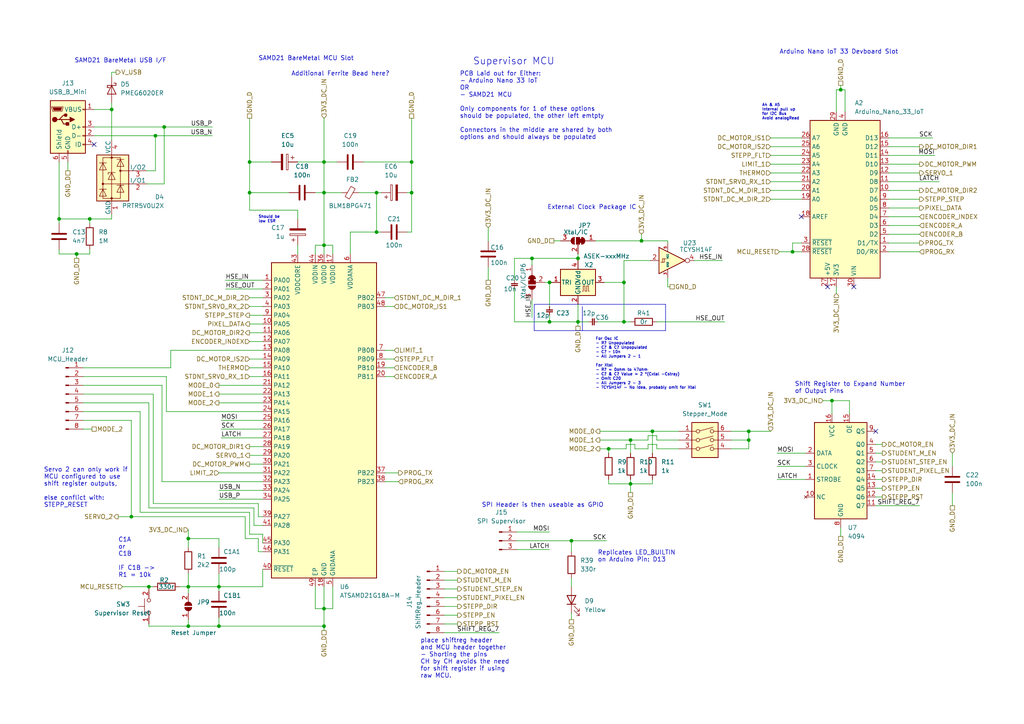
<source format=kicad_sch>
(kicad_sch (version 20230121) (generator eeschema)
  (paper "A4")
  (junction (at 72.39 46.99))
  (junction (at 54.61 156.21))
  (junction (at 63.5 181.61))
  (junction (at 26.035 63.5))
  (junction (at 54.61 170.18))
  (junction (at 159.385 81.915))
  (junction (at 119.38 46.99))
  (junction (at 93.98 55.88))
  (junction (at 93.98 46.99))
  (junction (at 63.5 170.18))
  (junction (at 154.305 74.93))
  (junction (at 165.735 156.845))
  (junction (at 38.1 149.86))
  (junction (at 45.085 39.37))
  (junction (at 119.38 55.88))
  (junction (at 176.53 130.175))
  (junction (at 217.17 125.095))
  (junction (at 93.98 181.61))
  (junction (at 241.3 116.205))
  (junction (at 72.39 55.88))
  (junction (at 186.055 69.85))
  (junction (at 109.22 67.31))
  (junction (at 43.18 170.18))
  (junction (at 243.84 26.035))
  (junction (at 167.64 74.93))
  (junction (at 182.88 140.335))
  (junction (at 229.87 73.025))
  (junction (at 54.61 181.61))
  (junction (at 182.88 127.635))
  (junction (at 167.64 93.345))
  (junction (at 189.23 125.095))
  (junction (at 93.98 71.12))
  (junction (at 22.225 73.66))
  (junction (at 180.975 81.915))
  (junction (at 159.385 93.345))
  (junction (at 32.385 31.75))
  (junction (at 180.975 93.345))
  (junction (at 217.17 127.635))
  (junction (at 109.22 55.88))
  (junction (at 93.98 176.53))
  (junction (at 17.145 63.5))
  (junction (at 47.625 36.83))
  (no_connect (at 247.65 83.185))
  (no_connect (at 240.03 83.185))
  (no_connect (at 232.41 62.865))
  (no_connect (at 27.305 41.91))
  (no_connect (at 254 125.095))
  (wire (pts (xy 93.98 181.61) (xy 93.98 182.88)))
  (wire (pts (xy 149.225 83.82) (xy 149.225 93.345)))
  (wire (pts (xy 245.11 32.385) (xy 245.11 26.035)))
  (wire (pts (xy 72.39 60.96) (xy 72.39 55.88)))
  (wire (pts (xy 45.085 49.53) (xy 45.085 39.37)))
  (wire (pts (xy 93.98 55.88) (xy 93.98 71.12)))
  (wire (pts (xy 128.905 175.895) (xy 132.715 175.895)))
  (wire (pts (xy 47.625 53.34) (xy 47.625 36.83)))
  (wire (pts (xy 245.11 26.035) (xy 243.84 26.035)))
  (wire (pts (xy 26.035 73.66) (xy 22.225 73.66)))
  (wire (pts (xy 154.305 74.93) (xy 167.64 74.93)))
  (wire (pts (xy 54.61 156.21) (xy 54.61 158.75)))
  (wire (pts (xy 64.135 121.92) (xy 76.2 121.92)))
  (wire (pts (xy 46.99 139.7) (xy 46.99 111.76)))
  (wire (pts (xy 54.61 166.37) (xy 54.61 170.18)))
  (wire (pts (xy 242.57 32.385) (xy 242.57 26.035)))
  (wire (pts (xy 176.53 130.175) (xy 181.61 130.175)))
  (wire (pts (xy 187.96 127.635) (xy 187.96 126.365)))
  (wire (pts (xy 223.52 45.085) (xy 232.41 45.085)))
  (wire (pts (xy 243.84 26.035) (xy 242.57 26.035)))
  (wire (pts (xy 93.98 46.99) (xy 93.98 55.88)))
  (wire (pts (xy 114.3 106.68) (xy 111.76 106.68)))
  (wire (pts (xy 54.61 153.67) (xy 54.61 156.21)))
  (wire (pts (xy 47.625 36.83) (xy 61.595 36.83)))
  (wire (pts (xy 180.975 81.915) (xy 180.975 93.345)))
  (wire (pts (xy 63.5 137.16) (xy 76.2 137.16)))
  (wire (pts (xy 44.45 114.3) (xy 24.13 114.3)))
  (wire (pts (xy 93.98 55.88) (xy 99.06 55.88)))
  (wire (pts (xy 272.415 52.705) (xy 257.81 52.705)))
  (wire (pts (xy 257.81 45.085) (xy 271.145 45.085)))
  (wire (pts (xy 114.3 109.22) (xy 111.76 109.22)))
  (polyline (pts (xy 168.91 88.265) (xy 154.94 88.265)))
  (wire (pts (xy 189.23 140.335) (xy 182.88 140.335)))
  (wire (pts (xy 276.225 131.445) (xy 276.225 135.255)))
  (wire (pts (xy 76.2 119.38) (xy 48.26 119.38)))
  (wire (pts (xy 93.98 34.29) (xy 93.98 46.99)))
  (wire (pts (xy 43.18 116.84) (xy 24.13 116.84)))
  (wire (pts (xy 32.385 63.5) (xy 26.035 63.5)))
  (wire (pts (xy 180.975 75.565) (xy 180.975 81.915)))
  (wire (pts (xy 223.52 42.545) (xy 232.41 42.545)))
  (wire (pts (xy 24.13 106.68) (xy 49.53 106.68)))
  (wire (pts (xy 43.18 181.61) (xy 54.61 181.61)))
  (wire (pts (xy 63.5 142.24) (xy 76.2 142.24)))
  (polyline (pts (xy 193.04 95.885) (xy 193.04 88.265)))
  (wire (pts (xy 193.675 69.85) (xy 186.055 69.85)))
  (wire (pts (xy 226.06 73.025) (xy 229.87 73.025)))
  (wire (pts (xy 63.5 170.18) (xy 63.5 171.45)))
  (wire (pts (xy 223.52 52.705) (xy 232.41 52.705)))
  (wire (pts (xy 229.87 73.025) (xy 232.41 73.025)))
  (wire (pts (xy 172.72 69.85) (xy 186.055 69.85)))
  (wire (pts (xy 175.26 81.915) (xy 180.975 81.915)))
  (wire (pts (xy 91.44 55.88) (xy 93.98 55.88)))
  (wire (pts (xy 243.84 155.575) (xy 243.84 153.035)))
  (wire (pts (xy 43.18 170.18) (xy 44.45 170.18)))
  (wire (pts (xy 111.76 137.16) (xy 115.57 137.16)))
  (wire (pts (xy 149.225 74.93) (xy 149.225 81.28)))
  (wire (pts (xy 63.5 114.3) (xy 76.2 114.3)))
  (wire (pts (xy 119.38 46.99) (xy 105.41 46.99)))
  (wire (pts (xy 217.17 125.095) (xy 217.17 127.635)))
  (wire (pts (xy 43.18 180.975) (xy 43.18 181.61)))
  (wire (pts (xy 74.93 160.02) (xy 74.93 156.21)))
  (wire (pts (xy 72.39 109.22) (xy 76.2 109.22)))
  (wire (pts (xy 72.39 132.08) (xy 76.2 132.08)))
  (wire (pts (xy 149.86 156.845) (xy 165.735 156.845)))
  (wire (pts (xy 93.98 176.53) (xy 93.98 181.61)))
  (wire (pts (xy 76.2 170.18) (xy 76.2 165.1)))
  (wire (pts (xy 27.305 36.83) (xy 47.625 36.83)))
  (wire (pts (xy 72.39 91.44) (xy 76.2 91.44)))
  (wire (pts (xy 114.3 104.14) (xy 111.76 104.14)))
  (wire (pts (xy 167.64 93.345) (xy 167.64 94.615)))
  (wire (pts (xy 223.52 55.245) (xy 232.41 55.245)))
  (wire (pts (xy 190.5 126.365) (xy 190.5 127.635)))
  (wire (pts (xy 38.1 149.86) (xy 38.1 121.92)))
  (wire (pts (xy 187.96 128.905) (xy 190.5 128.905)))
  (wire (pts (xy 154.305 74.93) (xy 154.305 76.835)))
  (wire (pts (xy 254 141.605) (xy 255.905 141.605)))
  (wire (pts (xy 173.99 127.635) (xy 182.88 127.635)))
  (wire (pts (xy 141.605 66.04) (xy 141.605 69.85)))
  (wire (pts (xy 167.64 88.265) (xy 167.64 93.345)))
  (wire (pts (xy 162.56 69.85) (xy 160.655 69.85)))
  (wire (pts (xy 27.305 31.75) (xy 32.385 31.75)))
  (wire (pts (xy 132.715 168.275) (xy 128.905 168.275)))
  (wire (pts (xy 159.385 81.915) (xy 160.02 81.915)))
  (wire (pts (xy 26.67 124.46) (xy 24.13 124.46)))
  (wire (pts (xy 74.93 156.21) (xy 71.12 156.21)))
  (wire (pts (xy 149.225 74.93) (xy 154.305 74.93)))
  (wire (pts (xy 184.15 130.175) (xy 187.96 130.175)))
  (wire (pts (xy 229.87 73.025) (xy 229.87 70.485)))
  (wire (pts (xy 189.23 125.095) (xy 196.85 125.095)))
  (wire (pts (xy 182.88 127.635) (xy 187.96 127.635)))
  (wire (pts (xy 44.45 146.05) (xy 44.45 114.3)))
  (wire (pts (xy 165.735 167.64) (xy 165.735 170.18)))
  (wire (pts (xy 266.7 55.245) (xy 257.81 55.245)))
  (wire (pts (xy 119.38 46.99) (xy 119.38 55.88)))
  (wire (pts (xy 128.905 183.515) (xy 144.78 183.515)))
  (wire (pts (xy 266.7 42.545) (xy 257.81 42.545)))
  (wire (pts (xy 119.38 67.31) (xy 118.11 67.31)))
  (wire (pts (xy 189.23 139.065) (xy 189.23 140.335)))
  (wire (pts (xy 167.64 73.66) (xy 167.64 74.93)))
  (wire (pts (xy 76.2 152.4) (xy 73.66 152.4)))
  (wire (pts (xy 176.53 140.335) (xy 176.53 139.065)))
  (wire (pts (xy 72.39 86.36) (xy 76.2 86.36)))
  (polyline (pts (xy 154.94 88.265) (xy 154.94 95.885)))
  (wire (pts (xy 40.64 119.38) (xy 40.64 148.59)))
  (wire (pts (xy 109.22 67.31) (xy 110.49 67.31)))
  (wire (pts (xy 165.735 156.845) (xy 165.735 160.02)))
  (wire (pts (xy 257.81 70.485) (xy 266.7 70.485)))
  (wire (pts (xy 96.52 73.66) (xy 96.52 71.12)))
  (wire (pts (xy 64.135 127) (xy 76.2 127)))
  (wire (pts (xy 254 128.905) (xy 255.905 128.905)))
  (wire (pts (xy 17.145 46.99) (xy 17.145 63.5)))
  (wire (pts (xy 176.53 131.445) (xy 176.53 130.175)))
  (wire (pts (xy 223.52 47.625) (xy 232.41 47.625)))
  (wire (pts (xy 182.88 139.065) (xy 182.88 140.335)))
  (wire (pts (xy 212.09 127.635) (xy 217.17 127.635)))
  (wire (pts (xy 223.52 57.785) (xy 232.41 57.785)))
  (wire (pts (xy 223.52 40.005) (xy 232.41 40.005)))
  (wire (pts (xy 193.675 80.645) (xy 193.675 83.185)))
  (wire (pts (xy 54.61 170.18) (xy 52.07 170.18)))
  (wire (pts (xy 72.39 46.99) (xy 72.39 34.29)))
  (wire (pts (xy 254 133.985) (xy 255.905 133.985)))
  (wire (pts (xy 167.64 74.93) (xy 167.64 75.565)))
  (wire (pts (xy 238.76 116.205) (xy 241.3 116.205)))
  (wire (pts (xy 243.84 26.035) (xy 243.84 24.765)))
  (wire (pts (xy 257.81 62.865) (xy 266.7 62.865)))
  (wire (pts (xy 254 144.145) (xy 255.905 144.145)))
  (wire (pts (xy 159.385 81.915) (xy 159.385 88.9)))
  (wire (pts (xy 128.905 180.975) (xy 132.715 180.975)))
  (wire (pts (xy 17.145 73.66) (xy 17.145 72.39)))
  (wire (pts (xy 71.12 149.86) (xy 71.12 156.21)))
  (polyline (pts (xy 154.94 95.885) (xy 168.91 95.885)))
  (wire (pts (xy 43.18 147.32) (xy 43.18 116.84)))
  (wire (pts (xy 242.57 83.185) (xy 242.57 85.09)))
  (wire (pts (xy 119.38 34.29) (xy 119.38 46.99)))
  (wire (pts (xy 72.39 55.88) (xy 72.39 46.99)))
  (polyline (pts (xy 168.91 88.9) (xy 168.91 95.885)))
  (wire (pts (xy 187.96 130.175) (xy 187.96 128.905)))
  (wire (pts (xy 86.36 60.96) (xy 72.39 60.96)))
  (wire (pts (xy 54.61 170.18) (xy 63.5 170.18)))
  (wire (pts (xy 93.98 170.18) (xy 93.98 176.53)))
  (wire (pts (xy 182.88 140.335) (xy 182.88 142.875)))
  (polyline (pts (xy 168.91 95.885) (xy 193.04 95.885)))
  (wire (pts (xy 65.405 83.82) (xy 76.2 83.82)))
  (wire (pts (xy 182.88 127.635) (xy 182.88 131.445)))
  (wire (pts (xy 201.295 75.565) (xy 209.55 75.565)))
  (wire (pts (xy 54.61 179.705) (xy 54.61 181.61)))
  (wire (pts (xy 97.79 46.99) (xy 93.98 46.99)))
  (wire (pts (xy 38.1 149.86) (xy 71.12 149.86)))
  (wire (pts (xy 276.225 146.685) (xy 276.225 142.875)))
  (wire (pts (xy 217.17 130.175) (xy 212.09 130.175)))
  (wire (pts (xy 141.605 81.28) (xy 141.605 77.47)))
  (wire (pts (xy 158.115 81.915) (xy 159.385 81.915)))
  (wire (pts (xy 76.2 157.48) (xy 76.2 154.94)))
  (wire (pts (xy 72.39 88.9) (xy 76.2 88.9)))
  (wire (pts (xy 257.81 65.405) (xy 266.7 65.405)))
  (wire (pts (xy 225.425 131.445) (xy 233.68 131.445)))
  (wire (pts (xy 72.39 134.62) (xy 76.2 134.62)))
  (wire (pts (xy 72.39 93.98) (xy 76.2 93.98)))
  (wire (pts (xy 111.76 139.7) (xy 115.57 139.7)))
  (wire (pts (xy 181.61 130.175) (xy 181.61 128.905)))
  (wire (pts (xy 257.81 50.165) (xy 266.7 50.165)))
  (wire (pts (xy 65.405 81.28) (xy 76.2 81.28)))
  (wire (pts (xy 48.26 109.22) (xy 24.13 109.22)))
  (wire (pts (xy 149.225 93.345) (xy 159.385 93.345)))
  (wire (pts (xy 26.035 63.5) (xy 26.035 64.77)))
  (wire (pts (xy 72.39 129.54) (xy 76.2 129.54)))
  (wire (pts (xy 109.22 55.88) (xy 109.22 67.31)))
  (wire (pts (xy 76.2 154.94) (xy 72.39 154.94)))
  (wire (pts (xy 132.715 165.735) (xy 128.905 165.735)))
  (wire (pts (xy 212.09 125.095) (xy 217.17 125.095)))
  (wire (pts (xy 26.035 63.5) (xy 17.145 63.5)))
  (wire (pts (xy 72.39 46.99) (xy 78.74 46.99)))
  (wire (pts (xy 49.53 101.6) (xy 76.2 101.6)))
  (wire (pts (xy 72.39 104.14) (xy 76.2 104.14)))
  (wire (pts (xy 159.385 93.345) (xy 167.64 93.345)))
  (wire (pts (xy 72.39 99.06) (xy 76.2 99.06)))
  (wire (pts (xy 86.36 63.5) (xy 86.36 60.96)))
  (wire (pts (xy 32.385 20.955) (xy 33.655 20.955)))
  (wire (pts (xy 254 146.685) (xy 266.7 146.685)))
  (wire (pts (xy 32.385 20.955) (xy 32.385 22.225)))
  (wire (pts (xy 72.39 55.88) (xy 83.82 55.88)))
  (wire (pts (xy 257.81 40.005) (xy 270.51 40.005)))
  (wire (pts (xy 132.715 170.815) (xy 128.905 170.815)))
  (wire (pts (xy 64.135 124.46) (xy 76.2 124.46)))
  (wire (pts (xy 254 131.445) (xy 255.905 131.445)))
  (wire (pts (xy 44.45 146.05) (xy 74.93 146.05)))
  (wire (pts (xy 254 136.525) (xy 255.905 136.525)))
  (wire (pts (xy 128.905 178.435) (xy 132.715 178.435)))
  (wire (pts (xy 35.56 170.18) (xy 43.18 170.18)))
  (wire (pts (xy 32.385 29.845) (xy 32.385 31.75)))
  (wire (pts (xy 49.53 106.68) (xy 49.53 101.6)))
  (wire (pts (xy 193.675 70.485) (xy 193.675 69.85)))
  (wire (pts (xy 257.81 60.325) (xy 266.7 60.325)))
  (wire (pts (xy 91.44 170.18) (xy 91.44 176.53)))
  (wire (pts (xy 101.6 67.31) (xy 109.22 67.31)))
  (wire (pts (xy 257.81 57.785) (xy 266.7 57.785)))
  (wire (pts (xy 190.5 130.175) (xy 196.85 130.175)))
  (wire (pts (xy 184.15 128.905) (xy 184.15 130.175)))
  (wire (pts (xy 149.86 159.385) (xy 159.385 159.385)))
  (wire (pts (xy 241.3 116.205) (xy 241.3 120.015)))
  (wire (pts (xy 26.035 72.39) (xy 26.035 73.66)))
  (wire (pts (xy 225.425 135.255) (xy 233.68 135.255)))
  (wire (pts (xy 63.5 158.75) (xy 63.5 156.21)))
  (wire (pts (xy 165.735 177.8) (xy 165.735 179.705)))
  (wire (pts (xy 149.86 154.305) (xy 159.385 154.305)))
  (wire (pts (xy 91.44 71.12) (xy 93.98 71.12)))
  (wire (pts (xy 76.2 160.02) (xy 74.93 160.02)))
  (wire (pts (xy 257.81 47.625) (xy 266.7 47.625)))
  (wire (pts (xy 96.52 71.12) (xy 93.98 71.12)))
  (wire (pts (xy 22.225 74.93) (xy 22.225 73.66)))
  (wire (pts (xy 46.99 111.76) (xy 24.13 111.76)))
  (wire (pts (xy 119.38 55.88) (xy 119.38 67.31)))
  (wire (pts (xy 48.26 119.38) (xy 48.26 109.22)))
  (wire (pts (xy 223.52 50.165) (xy 232.41 50.165)))
  (wire (pts (xy 72.39 154.94) (xy 72.39 148.59)))
  (wire (pts (xy 63.5 170.18) (xy 76.2 170.18)))
  (wire (pts (xy 63.5 144.78) (xy 76.2 144.78)))
  (wire (pts (xy 24.13 121.92) (xy 38.1 121.92)))
  (wire (pts (xy 93.98 176.53) (xy 96.52 176.53)))
  (wire (pts (xy 173.99 125.095) (xy 189.23 125.095)))
  (wire (pts (xy 54.61 170.18) (xy 54.61 172.085)))
  (wire (pts (xy 190.5 93.345) (xy 210.185 93.345)))
  (wire (pts (xy 101.6 67.31) (xy 101.6 73.66)))
  (wire (pts (xy 63.5 166.37) (xy 63.5 170.18)))
  (wire (pts (xy 182.88 140.335) (xy 176.53 140.335)))
  (wire (pts (xy 32.385 62.23) (xy 32.385 63.5)))
  (wire (pts (xy 114.3 86.36) (xy 111.76 86.36)))
  (polyline (pts (xy 168.91 88.265) (xy 193.04 88.265)))
  (wire (pts (xy 27.305 39.37) (xy 45.085 39.37)))
  (wire (pts (xy 109.22 55.88) (xy 110.49 55.88)))
  (wire (pts (xy 45.085 39.37) (xy 61.595 39.37)))
  (wire (pts (xy 91.44 73.66) (xy 91.44 71.12)))
  (wire (pts (xy 190.5 127.635) (xy 196.85 127.635)))
  (wire (pts (xy 181.61 128.905) (xy 184.15 128.905)))
  (wire (pts (xy 114.3 101.6) (xy 111.76 101.6)))
  (wire (pts (xy 42.545 53.34) (xy 47.625 53.34)))
  (wire (pts (xy 54.61 181.61) (xy 63.5 181.61)))
  (wire (pts (xy 189.23 125.095) (xy 189.23 131.445)))
  (wire (pts (xy 46.99 139.7) (xy 76.2 139.7)))
  (wire (pts (xy 24.13 119.38) (xy 40.64 119.38)))
  (wire (pts (xy 246.38 116.205) (xy 246.38 120.015)))
  (wire (pts (xy 173.99 130.175) (xy 176.53 130.175)))
  (wire (pts (xy 43.18 170.18) (xy 43.18 170.815)))
  (wire (pts (xy 72.39 96.52) (xy 76.2 96.52)))
  (wire (pts (xy 167.64 93.345) (xy 170.815 93.345)))
  (wire (pts (xy 128.905 173.355) (xy 132.715 173.355)))
  (wire (pts (xy 54.61 156.21) (xy 63.5 156.21)))
  (wire (pts (xy 159.385 91.44) (xy 159.385 93.345)))
  (wire (pts (xy 32.385 31.75) (xy 32.385 40.64)))
  (wire (pts (xy 180.975 75.565) (xy 188.595 75.565)))
  (wire (pts (xy 72.39 106.68) (xy 76.2 106.68)))
  (wire (pts (xy 91.44 176.53) (xy 93.98 176.53)))
  (wire (pts (xy 34.29 149.86) (xy 38.1 149.86)))
  (wire (pts (xy 154.305 92.075) (xy 154.305 86.995)))
  (wire (pts (xy 86.36 46.99) (xy 93.98 46.99)))
  (wire (pts (xy 22.225 73.66) (xy 17.145 73.66)))
  (wire (pts (xy 43.18 147.32) (xy 73.66 147.32)))
  (wire (pts (xy 63.5 116.84) (xy 76.2 116.84)))
  (wire (pts (xy 193.675 83.185) (xy 194.31 83.185)))
  (wire (pts (xy 180.975 93.345) (xy 182.88 93.345)))
  (wire (pts (xy 119.38 55.88) (xy 118.11 55.88)))
  (wire (pts (xy 190.5 128.905) (xy 190.5 130.175)))
  (wire (pts (xy 63.5 111.76) (xy 76.2 111.76)))
  (wire (pts (xy 17.145 63.5) (xy 17.145 64.77)))
  (wire (pts (xy 165.735 156.845) (xy 175.895 156.845)))
  (wire (pts (xy 186.055 69.85) (xy 186.055 67.945)))
  (wire (pts (xy 86.36 71.12) (xy 86.36 73.66)))
  (wire (pts (xy 73.66 152.4) (xy 73.66 147.32)))
  (wire (pts (xy 257.81 73.025) (xy 266.7 73.025)))
  (wire (pts (xy 40.64 148.59) (xy 72.39 148.59)))
  (wire (pts (xy 96.52 170.18) (xy 96.52 176.53)))
  (wire (pts (xy 225.425 139.065) (xy 233.68 139.065)))
  (wire (pts (xy 114.3 88.9) (xy 111.76 88.9)))
  (wire (pts (xy 187.96 126.365) (xy 190.5 126.365)))
  (wire (pts (xy 19.685 49.53) (xy 19.685 46.99)))
  (wire (pts (xy 217.17 127.635) (xy 217.17 130.175)))
  (wire (pts (xy 74.93 146.05) (xy 74.93 149.86)))
  (wire (pts (xy 254 139.065) (xy 255.905 139.065)))
  (wire (pts (xy 173.355 93.345) (xy 180.975 93.345)))
  (wire (pts (xy 241.3 116.205) (xy 246.38 116.205)))
  (wire (pts (xy 104.14 55.88) (xy 109.22 55.88)))
  (wire (pts (xy 229.87 70.485) (xy 232.41 70.485)))
  (wire (pts (xy 42.545 49.53) (xy 45.085 49.53)))
  (wire (pts (xy 257.81 67.945) (xy 266.7 67.945)))
  (wire (pts (xy 93.98 71.12) (xy 93.98 73.66)))
  (wire (pts (xy 223.52 125.095) (xy 217.17 125.095)))
  (wire (pts (xy 76.2 149.86) (xy 74.93 149.86)))
  (wire (pts (xy 63.5 181.61) (xy 93.98 181.61)))
  (wire (pts (xy 63.5 179.07) (xy 63.5 181.61)))
  (text "PCB Laid out for Either:\n- Arduino Nano 33 IoT\nOR\n- SAMD21 MCU\n\nOnly components for 1 of these options\nshould be populated, the other left emtpty\n\nConnectors in the middle are shared by both \noptions and should always be populated" (at 133.35 40.64 0) (effects (font (size 1.27 1.27)) (justify left bottom)))
  (text "External Clock Package IC" (at 158.75 60.96 0) (effects (font (size 1.27 1.27)) (justify left bottom)))
  (text "Should be\nlow ESR" (at 74.93 64.77 0) (effects (font (size 0.8 0.8)) (justify left bottom)))
  (text "SAMD21 BareMetal USB I/F" (at 21.59 18.415 0) (effects (font (size 1.27 1.27)) (justify left bottom)))
  (text "Replicates LED_BUILTIN\non Arduino Pin: D13" (at 173.355 163.195 0) (effects (font (size 1.27 1.27)) (justify left bottom)))
  (text "Arduino Nano IoT 33 Devboard Slot" (at 226.06 15.875 0) (effects (font (size 1.27 1.27)) (justify left bottom)))
  (text "Servo 2 can only work if\nMCU configured to use\nshift register outputs,\n\nelse conflict with:\nSTEPP_RESET" (at 12.7 147.32 0) (effects (font (size 1.27 1.27)) (justify left bottom)))
  (text "Supervisor MCU" (at 137.16 19.05 0) (effects (font (size 2 2)) (justify left bottom)))
  (text "Shift Register to Expand Number\nof Output Pins" (at 230.505 114.3 0) (effects (font (size 1.27 1.27)) (justify left bottom)))
  (text "SPI Header is then useable as GPIO" (at 139.7 147.32 0) (effects (font (size 1.27 1.27)) (justify left bottom)))
  (text "C1A\nor\nC1B\n\nIF C1B -> \nR1 = 10k" (at 34.29 167.64 0) (effects (font (size 1.27 1.27)) (justify left bottom)))
  (text "For Osc IC\n- R? Unpopulated\n- C? & C? Unpopulated\n- C? ~ 10n\n- All Jumpers 2 - 1\n\nFor Xtal\n- R? = 0ohm to 47ohm \n- C? & C? Value = 2 *(Cxtal -Cstray)\n- Omit C20\n- All Jumpers 2 - 3\n- TCYSH14F - No Idea, probably omit for Xtal" (at 172.72 113.03 0) (effects (font (size 0.8 0.8)) (justify left bottom)))
  (text "SAMD21 BareMetal MCU Slot" (at 74.93 17.78 0) (effects (font (size 1.27 1.27)) (justify left bottom)))
  (text "place shiftreg header\nand MCU header together \n- Shorting the pins\nCH by CH avoids the need\nfor shift register if using\nraw MCU." (at 121.92 196.85 0) (effects (font (size 1.27 1.27)) (justify left bottom)))
  (text "A4 & A5\nInternal pull up\nfor I2C Bus\nAvoid analogRead" (at 220.98 34.925 0) (effects (font (size 0.8 0.8)) (justify left bottom)))
  (text "Additional Ferrite Bead here?" (at 84.455 22.225 0) (effects (font (size 1.27 1.27)) (justify left bottom)))
  (label "LATCH" (at 272.415 52.705 180))
  (label "MOSI" (at 159.385 154.305 180))
  (label "SCK" (at 64.135 124.46 0))
  (label "USB_N" (at 61.595 39.37 180))
  (label "LATCH" (at 225.425 139.065 0))
  (label "SCK" (at 175.895 156.845 180))
  (label "USB_P" (at 61.595 36.83 180))
  (label "SCK" (at 225.425 135.255 0))
  (label "LATCH" (at 159.385 159.385 180))
  (label "HSE_OUT" (at 210.185 93.345 180))
  (label "USB_P" (at 63.5 144.78 0))
  (label "HSE_OUT" (at 65.405 83.82 0))
  (label "LATCH" (at 64.135 127 0))
  (label "HSE_IN" (at 209.55 75.565 180))
  (label "MOSI" (at 271.145 45.085 180))
  (label "HSE_IN" (at 65.405 81.28 0))
  (label "MOSI" (at 64.135 121.92 0))
  (label "SHIFT_REG_7" (at 266.7 146.685 180))
  (label "MOSI" (at 225.425 131.445 0))
  (label "USB_N" (at 63.5 142.24 0))
  (label "SHIFT_REG_7" (at 144.78 183.515 180))
  (label "SCK" (at 270.51 40.005 180))
  (label "HSE_IN" (at 154.305 92.075 90))
  (hierarchical_label "ENCODER_INDEX" (shape input) (at 266.7 62.865 0))
  (hierarchical_label "DC_MOTOR_DIR1" (shape output) (at 72.39 129.54 180))
  (hierarchical_label "STEPP_EN" (shape output) (at 132.715 178.435 0))
  (hierarchical_label "STDNT_SRVO_RX_1" (shape input) (at 223.52 52.705 180))
  (hierarchical_label "3V3_DC_IN" (shape input) (at 54.61 153.67 180))
  (hierarchical_label "LIMIT_1" (shape input) (at 223.52 47.625 180))
  (hierarchical_label "THERMO" (shape input) (at 72.39 106.68 180))
  (hierarchical_label "GND_D" (shape passive) (at 243.84 155.575 270))
  (hierarchical_label "STEPP_DIR" (shape output) (at 132.715 175.895 0))
  (hierarchical_label "DC_MOTOR_IS2" (shape input) (at 223.52 42.545 180))
  (hierarchical_label "STUDENT_PIXEL_EN" (shape output) (at 132.715 173.355 0))
  (hierarchical_label "GND_D" (shape passive) (at 276.225 146.685 270))
  (hierarchical_label "SERVO_1" (shape output) (at 72.39 132.08 180))
  (hierarchical_label "ENCODER_INDEX" (shape input) (at 72.39 99.06 180))
  (hierarchical_label "DC_MOTOR_DIR2" (shape output) (at 72.39 96.52 180))
  (hierarchical_label "ENCODER_B" (shape input) (at 266.7 67.945 0))
  (hierarchical_label "3V3_DC_IN" (shape input) (at 93.98 34.29 90))
  (hierarchical_label "DC_MOTOR_DIR2" (shape output) (at 266.7 55.245 0))
  (hierarchical_label "STDNT_DC_M_DIR_2" (shape input) (at 223.52 57.785 180))
  (hierarchical_label "GND_D" (shape passive) (at 165.735 179.705 270))
  (hierarchical_label "STEPP_STEP" (shape output) (at 72.39 91.44 180))
  (hierarchical_label "MODE_1" (shape output) (at 63.5 114.3 180))
  (hierarchical_label "GND_D" (shape passive) (at 93.98 182.88 270))
  (hierarchical_label "3V3_DC_IN" (shape input) (at 276.225 131.445 90))
  (hierarchical_label "PROG_RX" (shape input) (at 266.7 73.025 0))
  (hierarchical_label "DC_MOTOR_PWM" (shape output) (at 266.7 47.625 0))
  (hierarchical_label "GND_D" (shape passive) (at 167.64 94.615 270))
  (hierarchical_label "3V3_DC_IN" (shape input) (at 238.76 116.205 180))
  (hierarchical_label "PIXEL_DATA" (shape output) (at 72.39 93.98 180))
  (hierarchical_label "STEPP_DIR" (shape output) (at 255.905 139.065 0))
  (hierarchical_label "STEPP_RST" (shape output) (at 132.715 180.975 0))
  (hierarchical_label "MODE_2" (shape output) (at 63.5 116.84 180))
  (hierarchical_label "SERVO_2" (shape output) (at 34.29 149.86 180))
  (hierarchical_label "ENCODER_A" (shape input) (at 266.7 65.405 0))
  (hierarchical_label "STUDENT_STEP_EN" (shape output) (at 255.905 133.985 0))
  (hierarchical_label "STDNT_DC_M_DIR_2" (shape input) (at 72.39 86.36 180))
  (hierarchical_label "GND_D" (shape passive) (at 194.31 83.185 0))
  (hierarchical_label "STUDENT_STEP_EN" (shape output) (at 132.715 170.815 0))
  (hierarchical_label "MODE_1" (shape output) (at 173.99 127.635 180))
  (hierarchical_label "GND_D" (shape passive) (at 243.84 24.765 90))
  (hierarchical_label "LIMIT_2" (shape input) (at 63.5 137.16 180))
  (hierarchical_label "LIMIT_1" (shape input) (at 114.3 101.6 0))
  (hierarchical_label "STEPP_RST" (shape output) (at 255.905 144.145 0))
  (hierarchical_label "STEPP_STEP" (shape output) (at 266.7 57.785 0))
  (hierarchical_label "3V3_DC_IN" (shape input) (at 186.055 67.945 90))
  (hierarchical_label "DC_MOTOR_IS1" (shape input) (at 223.52 40.005 180))
  (hierarchical_label "STUDENT_M_EN" (shape output) (at 132.715 168.275 0))
  (hierarchical_label "SERVO_1" (shape output) (at 266.7 50.165 0))
  (hierarchical_label "DC_MOTOR_IS2" (shape input) (at 72.39 104.14 180))
  (hierarchical_label "MCU_RESET" (shape input) (at 226.06 73.025 180))
  (hierarchical_label "STUDENT_PIXEL_EN" (shape output) (at 255.905 136.525 0))
  (hierarchical_label "PROG_RX" (shape input) (at 115.57 139.7 0))
  (hierarchical_label "DC_MOTOR_EN" (shape output) (at 132.715 165.735 0))
  (hierarchical_label "PIXEL_DATA" (shape output) (at 266.7 60.325 0))
  (hierarchical_label "GND_D" (shape passive) (at 160.655 69.85 180))
  (hierarchical_label "DC_MOTOR_PWM" (shape output) (at 72.39 134.62 180))
  (hierarchical_label "STDNT_SRVO_RX_2" (shape input) (at 72.39 88.9 180))
  (hierarchical_label "DC_MOTOR_IS1" (shape input) (at 114.3 88.9 0))
  (hierarchical_label "STDNT_SRVO_RX_1" (shape input) (at 72.39 109.22 180))
  (hierarchical_label "STDNT_DC_M_DIR_1" (shape input) (at 223.52 55.245 180))
  (hierarchical_label "PROG_TX" (shape output) (at 115.57 137.16 0))
  (hierarchical_label "DC_MOTOR_EN" (shape output) (at 255.905 128.905 0))
  (hierarchical_label "STDNT_DC_M_DIR_1" (shape input) (at 114.3 86.36 0))
  (hierarchical_label "3V3_DC_IN" (shape input) (at 141.605 66.04 90))
  (hierarchical_label "DC_MOTOR_DIR1" (shape output) (at 266.7 42.545 0))
  (hierarchical_label "GND_D" (shape passive) (at 72.39 34.29 90))
  (hierarchical_label "GND_D" (shape passive) (at 22.225 74.93 270))
  (hierarchical_label "GND_D" (shape passive) (at 182.88 142.875 270))
  (hierarchical_label "MODE_2" (shape output) (at 173.99 130.175 180))
  (hierarchical_label "ENCODER_B" (shape input) (at 114.3 106.68 0))
  (hierarchical_label "MCU_RESET" (shape input) (at 35.56 170.18 180))
  (hierarchical_label "PROG_TX" (shape output) (at 266.7 70.485 0))
  (hierarchical_label "STUDENT_M_EN" (shape output) (at 255.905 131.445 0))
  (hierarchical_label "MODE_0" (shape output) (at 173.99 125.095 180))
  (hierarchical_label "GND_D" (shape passive) (at 19.685 49.53 270))
  (hierarchical_label "V_USB" (shape output) (at 33.655 20.955 0))
  (hierarchical_label "MODE_0" (shape output) (at 63.5 111.76 180))
  (hierarchical_label "3V3_DC_IN" (shape input) (at 223.52 125.095 90))
  (hierarchical_label "STEPP_FLT" (shape input) (at 223.52 45.085 180))
  (hierarchical_label "STEPP_EN" (shape output) (at 255.905 141.605 0))
  (hierarchical_label "ENCODER_A" (shape input) (at 114.3 109.22 0))
  (hierarchical_label "THERMO" (shape input) (at 223.52 50.165 180))
  (hierarchical_label "STEPP_FLT" (shape input) (at 114.3 104.14 0))
  (hierarchical_label "GND_D" (shape passive) (at 119.38 34.29 90))
  (hierarchical_label "GND_D" (shape passive) (at 141.605 81.28 270))
  (hierarchical_label "MODE_2" (shape passive) (at 26.67 124.46 0))
  (hierarchical_label "3V3_DC_IN" (shape input) (at 242.57 85.09 270))
  (symbol (lib_id "000_Switches_Immo:pushbutton_tactile_2pin_SMD") (at 45.72 175.895 90) (unit 1)
    (property "Reference" "SW3" (at 33.655 175.26 90) (effects (justify right)))
    (property "Value" "Supervisor Reset" (at 27.305 177.8 90) (effects (justify right)))
    (property "Footprint" "Button_Switch_SMD:SW_Push_1P1T_NO_CK_KSC6xxJ" (effects hide))
  )
  (symbol (lib_id "000_Resistors_Immo:Resistor_0805") (at 54.61 162.56 90) (unit 1)
    (property "Reference" "R1" (at 57.15 161.2899 90) (effects (justify right)))
    (property "Value" "2k2" (at 57.15 163.8299 90) (effects (justify right)))
    (property "Footprint" "Resistor_SMD:R_0805_2012Metric_Pad1.20x1.40mm_HandSolder" (effects hide))
  )
  (symbol (lib_id "000_Capacitor_Film_Immo:cap_film_0805") (at 101.6 46.99 270) (mirror x) (unit 1)
    (property "Reference" "C19" (at 101.6 39.37 90))
    (property "Value" "100n" (at 101.6 41.91 90))
    (property "Footprint" "Capacitor_SMD:C_0805_2012Metric_Pad1.18x1.45mm_HandSolder" (effects hide))
  )
  (symbol (lib_id "Connector:USB_B_Mini") (at 19.685 36.83 0) (unit 1)
    (property "Reference" "J13" (at 19.685 24.13 0))
    (property "Value" "USB_B_Mini" (at 19.685 26.67 0))
    (property "Footprint" "Connector_USB:USB_Mini-B_Lumberg_2486_01_Horizontal" (effects hide))
  )
  (symbol (lib_id "000_Capacitor_Film_Immo:cap_film_0805") (at 141.605 73.66 0) (unit 1)
    (property "Reference" "C16" (at 142.24 71.755 0) (effects (justify left)))
    (property "Value" "100n" (at 142.24 76.2 0) (effects (justify left)))
    (property "Footprint" "Capacitor_SMD:C_0805_2012Metric_Pad1.18x1.45mm_HandSolder" (effects hide))
  )
  (symbol (lib_id "000_Resistors_Immo:Resistor_0805") (at 189.23 135.255 90) (unit 1)
    (property "Reference" "R11" (at 191.77 133.9849 90) (effects (justify right)))
    (property "Value" "1k" (at 191.77 136.5249 90) (effects (justify right)))
    (property "Footprint" "Resistor_SMD:R_0805_2012Metric_Pad1.20x1.40mm_HandSolder" (effects hide))
  )
  (symbol (lib_id "000_Capacitor_Film_Immo:cap_film_0805") (at 63.5 162.56 0) (unit 1)
    (property "Reference" "C1A1" (at 64.77 160.02 0) (effects (justify left)))
    (property "Value" "100p" (at 63.5 165.1 0) (effects (justify left)))
    (property "Footprint" "Capacitor_SMD:C_0805_2012Metric_Pad1.18x1.45mm_HandSolder" (effects hide))
  )
  (symbol (lib_id "74xGxx:SN74LVC1G14DBV") (at 193.675 75.565 0) (unit 1)
    (property "Reference" "U23" (at 200.025 70.485 0))
    (property "Value" "TCYSH14F" (at 201.93 72.39 0))
    (property "Footprint" "Package_TO_SOT_SMD:SOT-23-5_HandSoldering" (effects hide))
    (property "Datasheet" "http://www.ti.com/lit/ds/symlink/sn74lvc1g14.pdf" (effects hide))
  )
  (symbol (lib_id "000_Resistors_Immo:Resistor_0805") (at 165.735 163.83 90) (unit 1)
    (property "Reference" "R39" (at 168.275 162.5599 90) (effects (justify right)))
    (property "Value" "330r" (at 168.275 165.0999 90) (effects (justify right)))
    (property "Footprint" "Resistor_SMD:R_0805_2012Metric_Pad1.20x1.40mm_HandSolder" (effects hide))
  )
  (symbol (lib_id "Jumper:SolderJumper_2_Open") (at 54.61 175.895 90) (unit 1)
    (property "Reference" "JP9" (at 57.15 174.6249 90) (effects (justify right)))
    (property "Value" "Reset Jumper" (at 49.53 183.515 90) (effects (justify right)))
    (property "Footprint" "000_Connectors_Immo:SolderJumper-2_P1.3mm_Open_Pad1.0x1.5mm" (effects hide))
  )
  (symbol (lib_id "Device:FerriteBead_Small") (at 101.6 55.88 90) (unit 1)
    (property "Reference" "FB2" (at 102.235 52.07 90))
    (property "Value" "BLM18PG471" (at 101.6 59.69 90))
    (property "Footprint" "Inductor_SMD:L_0805_2012Metric_Pad1.05x1.20mm_HandSolder" (effects hide))
  )
  (symbol (lib_id "MCU_Module:Arduino_Nano_33_IoT") (at 245.11 57.785 180) (unit 1)
    (property "Reference" "A2" (at 247.8787 29.845 0) (effects (justify right)))
    (property "Value" "Arduino_Nano_33_IoT" (at 247.8787 32.385 0) (effects (justify right)))
    (property "Footprint" "Module:Arduino_Nano" (effects hide))
    (property "Datasheet" "https://www.arduino.cc/en/uploads/Main/ArduinoNanoManual23.pdf" (effects hide))
  )
  (symbol (lib_id "MCU_Microchip_SAMD:ATSAMD21G18A-M") (at 93.98 121.92 0) (unit 1)
    (property "Reference" "U6" (at 98.5394 170.18 0) (effects (justify left)))
    (property "Value" "ATSAMD21G18A-M" (at 98.5394 172.72 0) (effects (justify left)))
    (property "Footprint" "Package_DFN_QFN:QFN-48-1EP_7x7mm_P0.5mm_EP5.15x5.15mm" (effects hide))
    (property "Datasheet" "http://ww1.microchip.com/downloads/en/DeviceDoc/SAM_D21_DA1_Family_Data%20Sheet_DS40001882E.pdf" (effects hide))
  )
  (symbol (lib_id "000_Capacitor_Film_Immo:cap_film_0805_mini") (at 159.385 90.17 0) (unit 1)
    (property "Reference" "C23" (at 161.29 90.805 0) (effects (justify left)))
    (property "Value" "12p" (at 155.575 91.44 0) (effects (justify left)))
    (property "Footprint" "Capacitor_SMD:C_0805_2012Metric_Pad1.18x1.45mm_HandSolder" (effects hide))
  )
  (symbol (lib_id "000_Resistors_Immo:Resistor_0805") (at 182.88 135.255 90) (unit 1)
    (property "Reference" "R10" (at 185.42 133.9849 90) (effects (justify right)))
    (property "Value" "1k" (at 185.42 136.5249 90) (effects (justify right)))
    (property "Footprint" "Resistor_SMD:R_0805_2012Metric_Pad1.20x1.40mm_HandSolder" (effects hide))
  )
  (symbol (lib_id "000_Capacitor_Film_Immo:cap_film_0805") (at 87.63 55.88 270) (mirror x) (unit 1)
    (property "Reference" "C18" (at 87.63 48.26 90))
    (property "Value" "100n" (at 87.63 50.8 90))
    (property "Footprint" "Capacitor_SMD:C_0805_2012Metric_Pad1.18x1.45mm_HandSolder" (effects hide))
  )
  (symbol (lib_id "Device:LED") (at 165.735 173.99 90) (unit 1)
    (property "Reference" "D9" (at 169.545 174.3074 90) (effects (justify right)))
    (property "Value" "Yellow" (at 169.545 176.8474 90) (effects (justify right)))
    (property "Footprint" "Diode_SMD:D_0805_2012Metric_Pad1.15x1.40mm_HandSolder" (effects hide))
  )
  (symbol (lib_id "000_Capacitor_Film_Immo:tantalum") (at 86.36 67.31 0) (mirror x) (unit 1)
    (property "Reference" "C17" (at 82.55 66.0399 0) (effects (justify right)))
    (property "Value" "1u" (at 82.55 68.5799 0) (effects (justify right)))
    (property "Footprint" "Capacitor_Tantalum_SMD:CP_EIA-2012-12_Kemet-R_Pad1.30x1.05mm_HandSolder" (effects hide))
  )
  (symbol (lib_id "000_Resistors_Immo:Resistor_0805") (at 186.69 93.345 0) (unit 1)
    (property "Reference" "R41" (at 186.69 90.805 0))
    (property "Value" "0r" (at 186.69 93.345 0))
    (property "Footprint" "Resistor_SMD:R_0805_2012Metric_Pad1.20x1.40mm_HandSolder" (effects hide))
  )
  (symbol (lib_id "Power_Protection:PRTR5V0U2X_smaller") (at 32.385 52.07 0) (unit 1)
    (property "Reference" "D4" (at 47.625 57.15 0) (effects (justify right)))
    (property "Value" "PRTR5V0U2X" (at 47.625 59.69 0) (effects (justify right)))
    (property "Footprint" "Package_TO_SOT_SMD:SOT-143" (effects hide))
    (property "Datasheet" "https://assets.nexperia.com/documents/data-sheet/PRTR5V0U2X.pdf" (effects hide))
  )
  (symbol (lib_id "Connector:Conn_01x03_Male") (at 144.78 156.845 0) (unit 1)
    (property "Reference" "J15" (at 145.415 148.59 0))
    (property "Value" "SPI Supervisor" (at 145.415 151.13 0))
    (property "Footprint" "Connector_PinHeader_2.54mm:PinHeader_1x03_P2.54mm_Vertical" (effects hide))
  )
  (symbol (lib_id "000_Capacitor_Electrolytic_Immo:22u") (at 82.55 46.99 270) (unit 1)
    (property "Reference" "EC5" (at 83.439 39.37 90))
    (property "Value" "10u" (at 83.439 41.91 90))
    (property "Footprint" "Capacitor_SMD:CP_Elec_4x5.4" (effects hide))
  )
  (symbol (lib_id "Connector:Conn_01x08_Male") (at 19.05 114.3 0) (unit 1)
    (property "Reference" "J12" (at 19.685 101.6 0))
    (property "Value" "MCU_Header" (at 19.685 104.14 0))
    (property "Footprint" "Connector_PinHeader_2.54mm:PinHeader_1x08_P2.54mm_Vertical" (effects hide))
  )
  (symbol (lib_id "000_Resistors_Immo:Resistor_0805") (at 176.53 135.255 90) (unit 1)
    (property "Reference" "R9" (at 179.07 133.9849 90) (effects (justify right)))
    (property "Value" "1k" (at 179.07 136.5249 90) (effects (justify right)))
    (property "Footprint" "Resistor_SMD:R_0805_2012Metric_Pad1.20x1.40mm_HandSolder" (effects hide))
  )
  (symbol (lib_id "Switch:SW_DIP_x03") (at 204.47 130.175 0) (unit 1)
    (property "Reference" "SW1" (at 204.47 117.475 0))
    (property "Value" "Stepper_Mode" (at 204.47 120.015 0))
    (property "Footprint" "Button_Switch_SMD:SW_DIP_SPSTx03_Slide_6.7x9.18mm_W6.73mm_P2.54mm_LowProfile_JPin" (effects hide))
  )
  (symbol (lib_id "000_Resistors_Immo:Resistor_0805") (at 26.035 68.58 90) (unit 1)
    (property "Reference" "R8" (at 28.575 67.3099 90) (effects (justify right)))
    (property "Value" "1M" (at 28.575 69.8499 90) (effects (justify right)))
    (property "Footprint" "Resistor_SMD:R_0805_2012Metric_Pad1.20x1.40mm_HandSolder" (effects hide))
  )
  (symbol (lib_id "Connector:Conn_01x08_Male") (at 123.825 173.355 0) (unit 1)
    (property "Reference" "J14" (at 118.745 174.625 90))
    (property "Value" "ShiftReg_Header" (at 121.285 174.625 90))
    (property "Footprint" "Connector_PinHeader_2.54mm:PinHeader_1x08_P2.54mm_Vertical" (effects hide))
  )
  (symbol (lib_id "000_Resistors_Immo:Resistor_0805") (at 48.26 170.18 180) (unit 1)
    (property "Reference" "R2" (at 47.625 168.275 0))
    (property "Value" "330r" (at 48.26 170.18 0))
    (property "Footprint" "Resistor_SMD:R_0805_2012Metric_Pad1.20x1.40mm_HandSolder" (effects hide))
  )
  (symbol (lib_id "000_Logic_IC_Immo:4094") (at 243.84 135.255 0) (unit 1)
    (property "Reference" "U7" (at 245.8594 153.035 0) (effects (justify left)))
    (property "Value" "4094" (at 245.8594 155.575 0) (effects (justify left)))
    (property "Footprint" "Package_SO:SOIC-16_3.9x9.9mm_P1.27mm" (effects hide))
    (property "Datasheet" "https://www.ti.com/lit/ds/symlink/cd74hc4094.pdf" (effects hide))
  )
  (symbol (lib_id "000_Capacitor_Film_Immo:cap_film_0805") (at 276.225 139.065 0) (unit 1)
    (property "Reference" "C22" (at 280.035 137.7949 0) (effects (justify left)))
    (property "Value" "100n" (at 280.035 140.3349 0) (effects (justify left)))
    (property "Footprint" "Capacitor_SMD:C_0805_2012Metric_Pad1.18x1.45mm_HandSolder" (effects hide))
  )
  (symbol (lib_id "000_Capacitor_Film_Immo:cap_film_0805_mini") (at 172.085 93.345 270) (unit 1)
    (property "Reference" "C36" (at 172.72 92.075 90) (effects (justify left)))
    (property "Value" "12p" (at 168.91 90.805 90) (effects (justify left)))
    (property "Footprint" "Capacitor_SMD:C_0805_2012Metric_Pad1.18x1.45mm_HandSolder" (effects hide))
  )
  (symbol (lib_id "000_Capacitor_Film_Immo:cap_film_0805") (at 17.145 68.58 0) (unit 1)
    (property "Reference" "C13" (at 20.955 67.3099 0) (effects (justify left)))
    (property "Value" "4n7" (at 20.955 69.8499 0) (effects (justify left)))
    (property "Footprint" "Capacitor_SMD:C_0805_2012Metric_Pad1.18x1.45mm_HandSolder" (effects hide))
  )
  (symbol (lib_id "000_Capacitor_Film_Immo:cap_film_0805") (at 63.5 175.26 0) (unit 1)
    (property "Reference" "C1B1" (at 64.77 172.72 0) (effects (justify left)))
    (property "Value" "100n" (at 63.5 177.8 0) (effects (justify left)))
    (property "Footprint" "Capacitor_SMD:C_0805_2012Metric_Pad1.18x1.45mm_HandSolder" (effects hide))
  )
  (symbol (lib_id "000_Capacitor_Film_Immo:cap_film_0805_mini") (at 149.225 82.55 0) (unit 1)
    (property "Reference" "C20" (at 146.685 80.645 0) (effects (justify left)))
    (property "Value" "10n" (at 146.05 83.82 0) (effects (justify left)))
    (property "Footprint" "Capacitor_SMD:C_0805_2012Metric_Pad1.18x1.45mm_HandSolder" (effects hide))
  )
  (symbol (lib_id "Diode:PMEG6020ER") (at 32.385 26.035 270) (unit 1)
    (property "Reference" "D5" (at 34.925 24.4474 90) (effects (justify left)))
    (property "Value" "PMEG6020ER" (at 34.925 26.9874 90) (effects (justify left)))
    (property "Footprint" "Diode_SMD:Nexperia_CFP3_SOD-123W" (effects hide))
    (property "Datasheet" "https://assets.nexperia.com/documents/data-sheet/PMEG6020ER.pdf" (effects hide))
  )
  (symbol (lib_id "000_Oscillator_Immo:ASEK-xxxMHz") (at 167.64 81.915 0) (unit 1)
    (property "Reference" "X2" (at 170.815 76.835 0))
    (property "Value" "ASEK-xxxMHz" (at 175.895 74.295 0))
    (property "Footprint" "Oscillator:Oscillator_SMD_Abracon_ASE-4Pin_3.2x2.5mm" (effects hide))
    (property "Datasheet" "http://www.abracon.com/Oscillators/ASV.pdf" (effects hide))
  )
  (symbol (lib_id "Jumper:SolderJumper_3_Bridged12") (at 167.64 69.85 0) (mirror y) (unit 1)
    (property "Reference" "JP7" (at 169.545 65.405 0))
    (property "Value" "Xtal/IC" (at 167.005 67.31 0))
    (property "Footprint" "000_Connectors_Immo:SolderJumper-3_P1.3mm_Bridged12_RoundedPad1.0x1.5mm_NumberLabels" (effects hide))
  )
  (symbol (lib_name "SolderJumper_3_Bridged12_2") (lib_id "Jumper:SolderJumper_3_Bridged12") (at 154.305 81.915 90) (mirror x) (unit 1)
    (property "Reference" "JP6" (at 151.765 78.105 0))
    (property "Value" "Xtal/IC" (at 151.765 83.185 0))
    (property "Footprint" "000_Connectors_Immo:SolderJumper-3_P1.3mm_Bridged12_RoundedPad1.0x1.5mm_NumberLabels" (effects hide))
  )
  (symbol (lib_id "000_Capacitor_Electrolytic_Immo:22u") (at 114.3 55.88 90) (unit 1)
    (property "Reference" "EC6" (at 113.411 48.26 90))
    (property "Value" "10u" (at 113.411 50.8 90))
    (property "Footprint" "Capacitor_SMD:CP_Elec_4x5.4" (effects hide))
  )
  (symbol (lib_id "000_Capacitor_Film_Immo:cap_film_0805") (at 114.3 67.31 270) (mirror x) (unit 1)
    (property "Reference" "C21" (at 114.3 63.5 90))
    (property "Value" "100n" (at 114.3 71.12 90))
    (property "Footprint" "Capacitor_SMD:C_0805_2012Metric_Pad1.18x1.45mm_HandSolder" (effects hide))
  )
)
</source>
